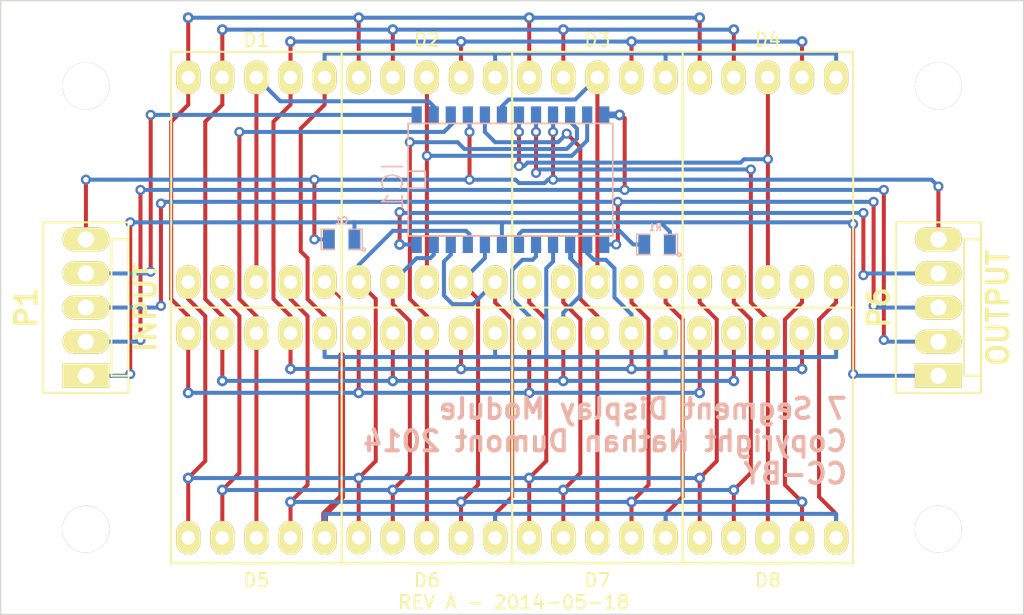
<source format=kicad_pcb>
(kicad_pcb (version 20221018) (generator pcbnew)
  (layers (0 "F.Cu" signal) (31 "B.Cu" signal) (34 "B.Paste" user) (35 "F.Paste" user) (36 "B.SilkS" user) (37 "F.SilkS" user) (38 "B.Mask" user) (39 "F.Mask" user) (44 "Edge.Cuts" user))
  (net 0 "")
  (net 1 "/SEGE")
  (net 2 "/SEGD")
  (net 3 "/DIG0")
  (net 4 "/SEGC")
  (net 5 "/SEGDP")
  (net 6 "/SEGB")
  (net 7 "/SEGA")
  (net 8 "/SEGF")
  (net 9 "/SEGG")
  (net 10 "/DIG2")
  (net 11 "/DIG4")
  (net 12 "/DIG6")
  (net 13 "/DIG1")
  (net 14 "/DIG3")
  (net 15 "/DIG5")
  (net 16 "/DIG7")
  (net 17 "+5V")
  (net 18 "GND")
  (net 19 "/DI")
  (net 20 "/LOAD")
  (net 21 "/DO")
  (net 22 "Net-(IC1-Pad18)")
  (net 23 "/SCK")
  (footprint "Nathan_THT:MOLEX_KK_5" (layer "F.Cu") (at 104.14 106.045 90)
    (fp_text reference "P1")
    (fp_text value "INPUT")
  )
  (footprint "Mounting_Holes:MountingHole_3-5mm" (layer "F.Cu") (at 104.14 89.535)
    (fp_text reference "P2" hide)
    (fp_text value "CONN_1" hide)
  )
  (footprint "Mounting_Holes:MountingHole_3-5mm" (layer "F.Cu") (at 104.14 122.555)
    (fp_text reference "P3" hide)
    (fp_text value "CONN_1" hide)
  )
  (footprint "Mounting_Holes:MountingHole_3-5mm" (layer "F.Cu") (at 167.64 122.555)
    (fp_text reference "P4" hide)
    (fp_text value "CONN_1" hide)
  )
  (footprint "Mounting_Holes:MountingHole_3-5mm" (layer "F.Cu") (at 167.64 89.535)
    (fp_text reference "P5" hide)
    (fp_text value "CONN_1" hide)
  )
  (footprint "Nathan_THT:MOLEX_KK_5" (layer "F.Cu") (at 167.64 106.045 90)
    (fp_text reference "P6")
    (fp_text value "OUTPUT")
  )
  (footprint "Nathan_THT:7SEGM_LED_0_5_INCH" (layer "F.Cu") (at 116.84 96.52)
    (fp_text reference "D1")
    (fp_text value "7SEGMENTS" hide)
  )
  (footprint "Nathan_THT:7SEGM_LED_0_5_INCH" (layer "F.Cu") (at 129.54 96.52)
    (fp_text reference "D2")
    (fp_text value "7SEGMENTS" hide)
  )
  (footprint "Nathan_THT:7SEGM_LED_0_5_INCH" (layer "F.Cu") (at 142.24 96.52)
    (fp_text reference "D3")
    (fp_text value "7SEGMENTS" hide)
  )
  (footprint "Nathan_THT:7SEGM_LED_0_5_INCH" (layer "F.Cu") (at 154.94 96.52)
    (fp_text reference "D4")
    (fp_text value "7SEGMENTS" hide)
  )
  (footprint "Nathan_THT:7SEGM_LED_0_5_INCH" (layer "F.Cu") (at 116.84 115.57)
    (fp_text reference "D5")
    (fp_text value "7SEGMENTS" hide)
  )
  (footprint "Nathan_THT:7SEGM_LED_0_5_INCH" (layer "F.Cu") (at 129.54 115.57)
    (fp_text reference "D6")
    (fp_text value "7SEGMENTS" hide)
  )
  (footprint "Nathan_THT:7SEGM_LED_0_5_INCH" (layer "F.Cu") (at 142.24 115.57)
    (fp_text reference "D7")
    (fp_text value "7SEGMENTS" hide)
  )
  (footprint "Nathan_THT:7SEGM_LED_0_5_INCH" (layer "F.Cu") (at 154.94 115.57)
    (fp_text reference "D8")
    (fp_text value "7SEGMENTS" hide)
  )
  (footprint "SMD_Packages:SM0805" (layer "B.Cu") (at 123.19 100.965 180)
    (fp_text reference "C1")
    (fp_text value "100nF" hide)
  )
  (footprint "SMD_Packages:SOIC24-WIDE" (layer "B.Cu") (at 135.763 96.52)
    (fp_text reference "IC1")
    (fp_text value "MAX7219" hide)
  )
  (footprint "SMD_Packages:SM0805" (layer "B.Cu") (at 146.685 101.346 180)
    (fp_text reference "R1")
    (fp_text value "27k" hide)
  )
  (gr_line (start 97.79 128.905) (end 173.99 128.905) (stroke (width 0.1)) (layer "Edge.Cuts"))
  (gr_line (start 173.99 83.185) (end 97.79 83.185) (stroke (width 0.1)) (layer "Edge.Cuts"))
  (gr_line (start 97.79 83.185) (end 97.79 128.905) (stroke (width 0.1)) (layer "Edge.Cuts"))
  (gr_line (start 173.99 128.905) (end 173.99 83.185) (stroke (width 0.1)) (layer "Edge.Cuts"))
  (gr_text "7 Segment Display Module\nCopyright Nathan Dumont 2014\nCC-BY" (at 161 116) (layer "B.SilkS") (effects (font (size 1.5 1.5) (thickness 0.3)) (justify left mirror)))
  (gr_text "REV A - 2014-05-18" (at 136 128) (layer "F.SilkS") (effects (font (size 1 1))))
  (segment (start 111.76 105.41) (end 113.03 106.68) (width 0.3) (layer "F.Cu") (net 1))
  (segment (start 113.03 106.68) (end 113.03 117.475) (width 0.3) (layer "F.Cu") (net 1))
  (segment (start 125.73 105.41) (end 125.73 117.475) (width 0.3) (layer "F.Cu") (net 1))
  (segment (start 125.73 117.475) (end 124.46 118.745) (width 0.3) (layer "F.Cu") (net 1))
  (segment (start 138.43 117.475) (end 138.43 106.934) (width 0.3) (layer "F.Cu") (net 1))
  (segment (start 138.43 106.934) (end 137.16 105.664) (width 0.3) (layer "F.Cu") (net 1))
  (segment (start 137.16 105.664) (end 137.16 104.14) (width 0.3) (layer "F.Cu") (net 1))
  (segment (start 151.13 117.475) (end 151.13 106.934) (width 0.3) (layer "F.Cu") (net 1))
  (segment (start 151.13 106.934) (end 149.86 105.664) (width 0.3) (layer "F.Cu") (net 1))
  (segment (start 149.86 105.664) (end 149.86 104.14) (width 0.3) (layer "F.Cu") (net 1))
  (segment (start 111.76 118.745) (end 113.03 117.475) (width 0.3) (layer "F.Cu") (net 1))
  (segment (start 111.76 104.14) (end 111.76 105.41) (width 0.3) (layer "F.Cu") (net 1))
  (segment (start 137.16 118.745) (end 137.16 123.19) (width 0.3) (layer "F.Cu") (net 1))
  (segment (start 124.46 118.745) (end 124.46 123.19) (width 0.3) (layer "F.Cu") (net 1))
  (segment (start 149.86 123.19) (end 149.86 118.745) (width 0.3) (layer "F.Cu") (net 1))
  (segment (start 137.16 118.745) (end 138.43 117.475) (width 0.3) (layer "F.Cu") (net 1))
  (segment (start 124.46 104.14) (end 125.73 105.41) (width 0.3) (layer "F.Cu") (net 1))
  (segment (start 111.76 118.745) (end 111.76 123.19) (width 0.3) (layer "F.Cu") (net 1))
  (segment (start 149.86 118.745) (end 151.13 117.475) (width 0.3) (layer "F.Cu") (net 1))
  (via (at 137.16 118.745) (size 0.8) (drill 0.4) (layers "F.Cu" "B.Cu") (net 1))
  (via (at 149.86 118.745) (size 0.8) (drill 0.4) (layers "F.Cu" "B.Cu") (net 1))
  (via (at 124.46 118.745) (size 0.8) (drill 0.4) (layers "F.Cu" "B.Cu") (net 1))
  (via (at 111.76 118.745) (size 0.8) (drill 0.4) (layers "F.Cu" "B.Cu") (net 1))
  (segment (start 124.46 103.378) (end 124.46 104.14) (width 0.2) (layer "B.Cu") (net 1))
  (segment (start 124.46 102.87) (end 124.46 104.14) (width 0.3) (layer "B.Cu") (net 1))
  (segment (start 132.715 100.584) (end 132.461 100.33) (width 0.3) (layer "B.Cu") (net 1))
  (segment (start 132.461 100.33) (end 127 100.33) (width 0.3) (layer "B.Cu") (net 1))
  (segment (start 127 100.33) (end 124.46 102.87) (width 0.3) (layer "B.Cu") (net 1))
  (segment (start 132.715 101.346) (end 132.715 100.584) (width 0.3) (layer "B.Cu") (net 1))
  (segment (start 137.16 118.745) (end 149.86 118.745) (width 0.3) (layer "B.Cu") (net 1))
  (segment (start 111.76 118.745) (end 124.46 118.745) (width 0.3) (layer "B.Cu") (net 1))
  (segment (start 137.16 118.745) (end 124.46 118.745) (width 0.3) (layer "B.Cu") (net 1))
  (segment (start 114.3 105.41) (end 115.57 106.68) (width 0.3) (layer "F.Cu") (net 2))
  (segment (start 115.57 106.68) (end 115.57 118.364) (width 0.3) (layer "F.Cu") (net 2))
  (segment (start 115.57 118.364) (end 114.3 119.634) (width 0.3) (layer "F.Cu") (net 2))
  (segment (start 140.97 118.364) (end 140.97 106.934) (width 0.3) (layer "F.Cu") (net 2))
  (segment (start 140.97 106.934) (end 139.7 105.664) (width 0.3) (layer "F.Cu") (net 2))
  (segment (start 139.7 105.664) (end 139.7 104.14) (width 0.3) (layer "F.Cu") (net 2))
  (segment (start 127 105.791) (end 128.27 107.061) (width 0.3) (layer "F.Cu") (net 2))
  (segment (start 128.27 107.061) (end 128.27 118.364) (width 0.3) (layer "F.Cu") (net 2))
  (segment (start 128.27 118.364) (end 127 119.634) (width 0.3) (layer "F.Cu") (net 2))
  (segment (start 153.67 118.364) (end 153.67 106.934) (width 0.3) (layer "F.Cu") (net 2))
  (segment (start 153.67 106.934) (end 152.4 105.664) (width 0.3) (layer "F.Cu") (net 2))
  (segment (start 152.4 105.664) (end 152.4 104.14) (width 0.3) (layer "F.Cu") (net 2))
  (segment (start 114.3 104.14) (end 114.3 105.41) (width 0.3) (layer "F.Cu") (net 2))
  (segment (start 152.4 123.19) (end 152.4 119.634) (width 0.3) (layer "F.Cu") (net 2))
  (segment (start 152.4 119.634) (end 153.67 118.364) (width 0.3) (layer "F.Cu") (net 2))
  (segment (start 114.3 119.634) (end 114.3 123.19) (width 0.3) (layer "F.Cu") (net 2))
  (segment (start 127 104.14) (end 127 105.791) (width 0.3) (layer "F.Cu") (net 2))
  (segment (start 127 119.634) (end 127 123.19) (width 0.3) (layer "F.Cu") (net 2))
  (segment (start 139.7 119.634) (end 139.7 123.19) (width 0.3) (layer "F.Cu") (net 2))
  (segment (start 139.7 119.634) (end 140.97 118.364) (width 0.3) (layer "F.Cu") (net 2))
  (via (at 152.4 119.634) (size 0.8) (drill 0.4) (layers "F.Cu" "B.Cu") (net 2))
  (via (at 127 119.634) (size 0.8) (drill 0.4) (layers "F.Cu" "B.Cu") (net 2))
  (via (at 139.7 119.634) (size 0.8) (drill 0.4) (layers "F.Cu" "B.Cu") (net 2))
  (via (at 114.3 119.634) (size 0.8) (drill 0.4) (layers "F.Cu" "B.Cu") (net 2))
  (segment (start 130.048 102.108) (end 129.794 102.362) (width 0.3) (layer "B.Cu") (net 2))
  (segment (start 129.794 102.362) (end 128.778 102.362) (width 0.3) (layer "B.Cu") (net 2))
  (segment (start 128.778 102.362) (end 127 104.14) (width 0.3) (layer "B.Cu") (net 2))
  (segment (start 130.048 101.346) (end 130.048 102.108) (width 0.3) (layer "B.Cu") (net 2))
  (segment (start 114.3 119.634) (end 127 119.634) (width 0.3) (layer "B.Cu") (net 2))
  (segment (start 127 119.634) (end 139.7 119.634) (width 0.3) (layer "B.Cu") (net 2))
  (segment (start 139.7 119.634) (end 152.4 119.634) (width 0.3) (layer "B.Cu") (net 2))
  (segment (start 116.84 88.9) (end 116.84 104.14) (width 0.3) (layer "F.Cu") (net 3))
  (segment (start 130.175 91.186) (end 129.667 90.678) (width 0.3) (layer "B.Cu") (net 3))
  (segment (start 129.667 90.678) (end 118.618 90.678) (width 0.3) (layer "B.Cu") (net 3))
  (segment (start 118.618 90.678) (end 116.84 88.9) (width 0.3) (layer "B.Cu") (net 3))
  (segment (start 130.175 91.694) (end 130.175 91.186) (width 0.3) (layer "B.Cu") (net 3))
  (segment (start 120.65 119.253) (end 120.65 106.68) (width 0.3) (layer "F.Cu") (net 4))
  (segment (start 133.35 105.41) (end 133.35 119.253) (width 0.3) (layer "F.Cu") (net 4))
  (segment (start 133.35 119.253) (end 132.08 120.523) (width 0.3) (layer "F.Cu") (net 4))
  (segment (start 144.78 105.664) (end 146.05 106.934) (width 0.3) (layer "F.Cu") (net 4))
  (segment (start 146.05 106.934) (end 146.05 119.253) (width 0.3) (layer "F.Cu") (net 4))
  (segment (start 146.05 119.253) (end 144.78 120.523) (width 0.3) (layer "F.Cu") (net 4))
  (segment (start 156.21 119.253) (end 156.21 106.934) (width 0.3) (layer "F.Cu") (net 4))
  (segment (start 156.21 106.934) (end 157.48 105.664) (width 0.3) (layer "F.Cu") (net 4))
  (segment (start 157.48 105.664) (end 157.48 104.14) (width 0.3) (layer "F.Cu") (net 4))
  (segment (start 119.38 105.41) (end 120.65 106.68) (width 0.3) (layer "F.Cu") (net 4))
  (segment (start 157.48 123.19) (end 157.48 120.523) (width 0.3) (layer "F.Cu") (net 4))
  (segment (start 144.78 104.14) (end 144.78 105.664) (width 0.3) (layer "F.Cu") (net 4))
  (segment (start 119.38 120.523) (end 120.65 119.253) (width 0.3) (layer "F.Cu") (net 4))
  (segment (start 144.78 120.523) (end 144.78 123.19) (width 0.3) (layer "F.Cu") (net 4))
  (segment (start 119.38 120.523) (end 119.38 123.19) (width 0.3) (layer "F.Cu") (net 4))
  (segment (start 132.08 120.523) (end 132.08 123.19) (width 0.3) (layer "F.Cu") (net 4))
  (segment (start 119.38 104.14) (end 119.38 105.41) (width 0.3) (layer "F.Cu") (net 4))
  (segment (start 157.48 120.523) (end 156.21 119.253) (width 0.3) (layer "F.Cu") (net 4))
  (segment (start 132.08 104.14) (end 133.35 105.41) (width 0.3) (layer "F.Cu") (net 4))
  (via (at 132.08 120.523) (size 0.8) (drill 0.4) (layers "F.Cu" "B.Cu") (net 4))
  (via (at 119.38 120.523) (size 0.8) (drill 0.4) (layers "F.Cu" "B.Cu") (net 4))
  (via (at 157.48 120.523) (size 0.8) (drill 0.4) (layers "F.Cu" "B.Cu") (net 4))
  (via (at 144.78 120.523) (size 0.8) (drill 0.4) (layers "F.Cu" "B.Cu") (net 4))
  (segment (start 133.858 102.362) (end 133.858 101.346) (width 0.3) (layer "B.Cu") (net 4))
  (segment (start 132.08 104.14) (end 133.858 102.362) (width 0.3) (layer "B.Cu") (net 4))
  (segment (start 144.78 120.523) (end 157.48 120.523) (width 0.3) (layer "B.Cu") (net 4))
  (segment (start 132.08 120.523) (end 144.78 120.523) (width 0.3) (layer "B.Cu") (net 4))
  (segment (start 119.38 120.523) (end 132.08 120.523) (width 0.3) (layer "B.Cu") (net 4))
  (segment (start 123.19 105.41) (end 123.19 109.601) (width 0.2) (layer "F.Cu") (net 5))
  (segment (start 123.19 120.142) (end 121.92 121.412) (width 0.5) (layer "F.Cu") (net 5))
  (segment (start 121.92 121.412) (end 121.92 123.19) (width 0.5) (layer "F.Cu") (net 5))
  (segment (start 134.62 121.412) (end 135.89 120.142) (width 0.3) (layer "F.Cu") (net 5))
  (segment (start 135.89 120.142) (end 135.89 106.934) (width 0.3) (layer "F.Cu") (net 5))
  (segment (start 135.89 106.934) (end 134.62 105.664) (width 0.3) (layer "F.Cu") (net 5))
  (segment (start 134.62 105.664) (end 134.62 104.14) (width 0.3) (layer "F.Cu") (net 5))
  (segment (start 147.32 105.664) (end 148.59 106.934) (width 0.3) (layer "F.Cu") (net 5))
  (segment (start 148.59 106.934) (end 148.59 120.142) (width 0.3) (layer "F.Cu") (net 5))
  (segment (start 148.59 120.142) (end 147.32 121.412) (width 0.3) (layer "F.Cu") (net 5))
  (segment (start 147.32 121.412) (end 147.32 123.19) (width 0.3) (layer "F.Cu") (net 5))
  (segment (start 160.02 121.412) (end 158.75 120.142) (width 0.3) (layer "F.Cu") (net 5))
  (segment (start 158.75 120.142) (end 158.75 106.934) (width 0.3) (layer "F.Cu") (net 5))
  (segment (start 158.75 106.934) (end 160.02 105.664) (width 0.3) (layer "F.Cu") (net 5))
  (segment (start 160.02 105.664) (end 160.02 104.14) (width 0.3) (layer "F.Cu") (net 5))
  (segment (start 123.19 109.601) (end 123.19 120.142) (width 0.5) (layer "F.Cu") (net 5))
  (segment (start 147.32 104.14) (end 147.32 105.664) (width 0.3) (layer "F.Cu") (net 5))
  (segment (start 121.92 104.14) (end 123.19 105.41) (width 0.2) (layer "F.Cu") (net 5))
  (segment (start 134.62 123.19) (end 134.62 121.412) (width 0.3) (layer "F.Cu") (net 5))
  (segment (start 160.02 123.19) (end 160.02 121.412) (width 0.3) (layer "F.Cu") (net 5))
  (segment (start 131.318 102.108) (end 130.81 102.616) (width 0.3) (layer "B.Cu") (net 5))
  (segment (start 130.81 102.616) (end 130.81 105.156) (width 0.3) (layer "B.Cu") (net 5))
  (segment (start 130.81 105.156) (end 131.445 105.791) (width 0.3) (layer "B.Cu") (net 5))
  (segment (start 131.445 105.791) (end 132.969 105.791) (width 0.3) (layer "B.Cu") (net 5))
  (segment (start 132.969 105.791) (end 134.62 104.14) (width 0.3) (layer "B.Cu") (net 5))
  (segment (start 121.92 121.412) (end 134.62 121.412) (width 0.3) (layer "B.Cu") (net 5))
  (segment (start 134.62 121.412) (end 147.32 121.412) (width 0.3) (layer "B.Cu") (net 5))
  (segment (start 147.32 121.412) (end 147.32 123.19) (width 0.3) (layer "B.Cu") (net 5))
  (segment (start 160.02 121.412) (end 160.02 123.19) (width 0.3) (layer "B.Cu") (net 5))
  (segment (start 134.62 123.19) (end 134.62 121.412) (width 0.3) (layer "B.Cu") (net 5))
  (segment (start 131.318 101.346) (end 131.318 102.108) (width 0.3) (layer "B.Cu") (net 5))
  (segment (start 147.32 121.412) (end 160.02 121.412) (width 0.3) (layer "B.Cu") (net 5))
  (segment (start 121.92 123.19) (end 121.92 121.412) (width 0.3) (layer "B.Cu") (net 5))
  (segment (start 121.92 106.68) (end 120.65 105.41) (width 0.3) (layer "F.Cu") (net 6))
  (segment (start 120.65 105.41) (end 120.65 102.362) (width 0.3) (layer "F.Cu") (net 6))
  (segment (start 120.65 102.362) (end 120.142 101.854) (width 0.3) (layer "F.Cu") (net 6))
  (segment (start 120.142 101.854) (end 120.142 92.71) (width 0.3) (layer "F.Cu") (net 6))
  (segment (start 120.142 92.71) (end 121.92 90.932) (width 0.3) (layer "F.Cu") (net 6))
  (segment (start 121.92 90.932) (end 121.92 88.9) (width 0.3) (layer "F.Cu") (net 6))
  (segment (start 121.92 107.95) (end 121.92 106.68) (width 0.3) (layer "F.Cu") (net 6))
  (segment (start 121.92 109.728) (end 134.62 109.728) (width 0.3) (layer "B.Cu") (net 6))
  (segment (start 134.62 109.728) (end 138.43 109.728) (width 0.3) (layer "B.Cu") (net 6))
  (segment (start 138.43 109.728) (end 147.32 109.728) (width 0.3) (layer "B.Cu") (net 6))
  (segment (start 138.43 103.124) (end 138.938 102.616) (width 0.3) (layer "B.Cu") (net 6))
  (segment (start 138.938 102.616) (end 138.938 101.346) (width 0.3) (layer "B.Cu") (net 6))
  (segment (start 147.32 109.728) (end 160.02 109.728) (width 0.3) (layer "B.Cu") (net 6))
  (segment (start 160.02 109.728) (end 160.02 107.95) (width 0.3) (layer "B.Cu") (net 6))
  (segment (start 121.92 87.122) (end 134.62 87.122) (width 0.3) (layer "B.Cu") (net 6))
  (segment (start 147.32 87.122) (end 147.32 88.9) (width 0.3) (layer "B.Cu") (net 6))
  (segment (start 138.43 109.728) (end 138.43 103.124) (width 0.3) (layer "B.Cu") (net 6))
  (segment (start 121.92 107.95) (end 121.92 109.728) (width 0.3) (layer "B.Cu") (net 6))
  (segment (start 147.32 107.95) (end 147.32 109.728) (width 0.3) (layer "B.Cu") (net 6))
  (segment (start 134.62 107.95) (end 134.62 109.728) (width 0.3) (layer "B.Cu") (net 6))
  (segment (start 160.02 87.122) (end 160.02 88.9) (width 0.3) (layer "B.Cu") (net 6))
  (segment (start 134.62 87.122) (end 134.62 88.9) (width 0.3) (layer "B.Cu") (net 6))
  (segment (start 147.32 87.122) (end 160.02 87.122) (width 0.3) (layer "B.Cu") (net 6))
  (segment (start 134.62 87.122) (end 147.32 87.122) (width 0.3) (layer "B.Cu") (net 6))
  (segment (start 121.92 88.9) (end 121.92 87.122) (width 0.3) (layer "B.Cu") (net 6))
  (segment (start 119.38 106.68) (end 118.11 105.41) (width 0.3) (layer "F.Cu") (net 7))
  (segment (start 118.11 105.41) (end 118.11 92.202) (width 0.3) (layer "F.Cu") (net 7))
  (segment (start 118.11 92.202) (end 119.38 90.932) (width 0.3) (layer "F.Cu") (net 7))
  (segment (start 119.38 90.932) (end 119.38 88.9) (width 0.3) (layer "F.Cu") (net 7))
  (segment (start 119.38 88.9) (end 119.38 86.233) (width 0.3) (layer "F.Cu") (net 7))
  (segment (start 144.78 107.95) (end 144.78 110.617) (width 0.3) (layer "F.Cu") (net 7))
  (segment (start 157.48 107.95) (end 157.48 110.617) (width 0.3) (layer "F.Cu") (net 7))
  (segment (start 144.78 86.233) (end 144.78 88.9) (width 0.3) (layer "F.Cu") (net 7))
  (segment (start 119.38 110.617) (end 119.38 107.95) (width 0.3) (layer "F.Cu") (net 7))
  (segment (start 132.08 110.617) (end 132.08 107.95) (width 0.3) (layer "F.Cu") (net 7))
  (segment (start 119.38 107.95) (end 119.38 106.68) (width 0.3) (layer "F.Cu") (net 7))
  (segment (start 132.08 88.9) (end 132.08 86.233) (width 0.3) (layer "F.Cu") (net 7))
  (segment (start 157.48 86.233) (end 157.48 88.9) (width 0.3) (layer "F.Cu") (net 7))
  (via (at 119.38 110.617) (size 0.8) (drill 0.4) (layers "F.Cu" "B.Cu") (net 7))
  (via (at 144.78 86.233) (size 0.8) (drill 0.4) (layers "F.Cu" "B.Cu") (net 7))
  (via (at 157.48 86.233) (size 0.8) (drill 0.4) (layers "F.Cu" "B.Cu") (net 7))
  (via (at 132.08 110.617) (size 0.8) (drill 0.4) (layers "F.Cu" "B.Cu") (net 7))
  (via (at 157.48 110.617) (size 0.8) (drill 0.4) (layers "F.Cu" "B.Cu") (net 7))
  (via (at 132.08 86.233) (size 0.8) (drill 0.4) (layers "F.Cu" "B.Cu") (net 7))
  (via (at 119.38 86.233) (size 0.8) (drill 0.4) (layers "F.Cu" "B.Cu") (net 7))
  (via (at 144.78 110.617) (size 0.8) (drill 0.4) (layers "F.Cu" "B.Cu") (net 7))
  (segment (start 141.986 102.489) (end 141.605 102.108) (width 0.2) (layer "B.Cu") (net 7))
  (segment (start 141.605 102.108) (end 141.605 101.346) (width 0.2) (layer "B.Cu") (net 7))
  (segment (start 141.478 101.981) (end 141.986 102.489) (width 0.3) (layer "B.Cu") (net 7))
  (segment (start 141.986 102.489) (end 142.875 102.489) (width 0.3) (layer "B.Cu") (net 7))
  (segment (start 142.875 102.489) (end 143.51 103.124) (width 0.3) (layer "B.Cu") (net 7))
  (segment (start 143.51 103.124) (end 143.51 105.283) (width 0.3) (layer "B.Cu") (net 7))
  (segment (start 143.51 105.283) (end 144.78 106.553) (width 0.3) (layer "B.Cu") (net 7))
  (segment (start 144.78 106.553) (end 144.78 107.95) (width 0.3) (layer "B.Cu") (net 7))
  (segment (start 132.08 86.233) (end 144.78 86.233) (width 0.3) (layer "B.Cu") (net 7))
  (segment (start 119.38 86.233) (end 132.08 86.233) (width 0.3) (layer "B.Cu") (net 7))
  (segment (start 132.08 110.617) (end 144.78 110.617) (width 0.3) (layer "B.Cu") (net 7))
  (segment (start 144.78 110.617) (end 157.48 110.617) (width 0.3) (layer "B.Cu") (net 7))
  (segment (start 144.78 86.233) (end 157.48 86.233) (width 0.3) (layer "B.Cu") (net 7))
  (segment (start 141.478 101.346) (end 141.478 101.981) (width 0.3) (layer "B.Cu") (net 7))
  (segment (start 119.38 110.617) (end 132.08 110.617) (width 0.3) (layer "B.Cu") (net 7))
  (segment (start 114.3 106.68) (end 113.03 105.41) (width 0.3) (layer "F.Cu") (net 8))
  (segment (start 113.03 105.41) (end 113.03 92.202) (width 0.3) (layer "F.Cu") (net 8))
  (segment (start 113.03 92.202) (end 114.3 90.932) (width 0.3) (layer "F.Cu") (net 8))
  (segment (start 114.3 90.932) (end 114.3 88.9) (width 0.3) (layer "F.Cu") (net 8))
  (segment (start 127 88.9) (end 127 85.344) (width 0.3) (layer "F.Cu") (net 8))
  (segment (start 139.7 85.344) (end 139.7 88.9) (width 0.3) (layer "F.Cu") (net 8))
  (segment (start 114.3 107.95) (end 114.3 106.68) (width 0.3) (layer "F.Cu") (net 8))
  (segment (start 152.4 85.344) (end 152.4 88.9) (width 0.3) (layer "F.Cu") (net 8))
  (segment (start 152.4 107.95) (end 152.4 111.506) (width 0.3) (layer "F.Cu") (net 8))
  (segment (start 139.7 111.506) (end 139.7 107.95) (width 0.3) (layer "F.Cu") (net 8))
  (segment (start 114.3 111.506) (end 114.3 107.95) (width 0.3) (layer "F.Cu") (net 8))
  (segment (start 127 111.506) (end 127 107.95) (width 0.3) (layer "F.Cu") (net 8))
  (segment (start 114.3 88.9) (end 114.3 85.344) (width 0.3) (layer "F.Cu") (net 8))
  (via (at 152.4 111.506) (size 0.8) (drill 0.4) (layers "F.Cu" "B.Cu") (net 8))
  (via (at 114.3 85.344) (size 0.8) (drill 0.4) (layers "F.Cu" "B.Cu") (net 8))
  (via (at 152.4 85.344) (size 0.8) (drill 0.4) (layers "F.Cu" "B.Cu") (net 8))
  (via (at 139.7 111.506) (size 0.8) (drill 0.4) (layers "F.Cu" "B.Cu") (net 8))
  (via (at 127 111.506) (size 0.8) (drill 0.4) (layers "F.Cu" "B.Cu") (net 8))
  (via (at 127 85.344) (size 0.8) (drill 0.4) (layers "F.Cu" "B.Cu") (net 8))
  (via (at 114.3 111.506) (size 0.8) (drill 0.4) (layers "F.Cu" "B.Cu") (net 8))
  (via (at 139.7 85.344) (size 0.8) (drill 0.4) (layers "F.Cu" "B.Cu") (net 8))
  (segment (start 140.97 103.124) (end 140.335 102.489) (width 0.2) (layer "B.Cu") (net 8))
  (segment (start 140.335 102.489) (end 140.335 101.346) (width 0.2) (layer "B.Cu") (net 8))
  (segment (start 139.7 107.315) (end 139.7 106.426) (width 0.3) (layer "B.Cu") (net 8))
  (segment (start 139.7 106.426) (end 140.97 105.156) (width 0.3) (layer "B.Cu") (net 8))
  (segment (start 140.97 105.156) (end 140.97 103.124) (width 0.3) (layer "B.Cu") (net 8))
  (segment (start 140.97 103.124) (end 140.208 102.362) (width 0.3) (layer "B.Cu") (net 8))
  (segment (start 140.208 102.362) (end 140.208 101.346) (width 0.3) (layer "B.Cu") (net 8))
  (segment (start 114.3 111.506) (end 127 111.506) (width 0.3) (layer "B.Cu") (net 8))
  (segment (start 114.3 85.344) (end 127 85.344) (width 0.3) (layer "B.Cu") (net 8))
  (segment (start 139.7 85.344) (end 152.4 85.344) (width 0.3) (layer "B.Cu") (net 8))
  (segment (start 139.7 111.506) (end 152.4 111.506) (width 0.3) (layer "B.Cu") (net 8))
  (segment (start 127 111.506) (end 139.7 111.506) (width 0.3) (layer "B.Cu") (net 8))
  (segment (start 139.7 107.95) (end 139.7 107.315) (width 0.3) (layer "B.Cu") (net 8))
  (segment (start 139.7 85.344) (end 127 85.344) (width 0.3) (layer "B.Cu") (net 8))
  (segment (start 111.76 106.68) (end 110.49 105.41) (width 0.3) (layer "F.Cu") (net 9))
  (segment (start 110.49 105.41) (end 110.49 92.202) (width 0.3) (layer "F.Cu") (net 9))
  (segment (start 110.49 92.202) (end 111.76 90.932) (width 0.3) (layer "F.Cu") (net 9))
  (segment (start 111.76 90.932) (end 111.76 88.9) (width 0.3) (layer "F.Cu") (net 9))
  (segment (start 111.76 107.95) (end 111.76 106.68) (width 0.3) (layer "F.Cu") (net 9))
  (segment (start 124.46 112.395) (end 124.46 107.95) (width 0.3) (layer "F.Cu") (net 9))
  (segment (start 137.16 88.9) (end 137.16 84.455) (width 0.3) (layer "F.Cu") (net 9))
  (segment (start 137.16 107.95) (end 137.16 112.395) (width 0.3) (layer "F.Cu") (net 9))
  (segment (start 149.86 107.95) (end 149.86 112.395) (width 0.3) (layer "F.Cu") (net 9))
  (segment (start 111.76 112.395) (end 111.76 107.95) (width 0.3) (layer "F.Cu") (net 9))
  (segment (start 124.46 88.9) (end 124.46 84.455) (width 0.3) (layer "F.Cu") (net 9))
  (segment (start 111.76 88.9) (end 111.76 84.455) (width 0.3) (layer "F.Cu") (net 9))
  (segment (start 149.86 84.455) (end 149.86 88.9) (width 0.3) (layer "F.Cu") (net 9))
  (via (at 149.86 112.395) (size 0.8) (drill 0.4) (layers "F.Cu" "B.Cu") (net 9))
  (via (at 124.46 84.455) (size 0.8) (drill 0.4) (layers "F.Cu" "B.Cu") (net 9))
  (via (at 149.86 84.455) (size 0.8) (drill 0.4) (layers "F.Cu" "B.Cu") (net 9))
  (via (at 124.46 112.395) (size 0.8) (drill 0.4) (layers "F.Cu" "B.Cu") (net 9))
  (via (at 111.76 84.455) (size 0.8) (drill 0.4) (layers "F.Cu" "B.Cu") (net 9))
  (via (at 137.16 84.455) (size 0.8) (drill 0.4) (layers "F.Cu" "B.Cu") (net 9))
  (via (at 137.16 112.395) (size 0.8) (drill 0.4) (layers "F.Cu" "B.Cu") (net 9))
  (via (at 111.76 112.395) (size 0.8) (drill 0.4) (layers "F.Cu" "B.Cu") (net 9))
  (segment (start 137.16 106.68) (end 135.89 105.41) (width 0.3) (layer "B.Cu") (net 9))
  (segment (start 135.89 105.41) (end 135.89 103.251) (width 0.3) (layer "B.Cu") (net 9))
  (segment (start 135.89 103.251) (end 136.652 102.489) (width 0.3) (layer "B.Cu") (net 9))
  (segment (start 136.652 102.489) (end 137.414 102.489) (width 0.3) (layer "B.Cu") (net 9))
  (segment (start 137.414 102.489) (end 137.668 102.235) (width 0.3) (layer "B.Cu") (net 9))
  (segment (start 137.668 102.235) (end 137.668 101.346) (width 0.3) (layer "B.Cu") (net 9))
  (segment (start 111.76 112.395) (end 124.46 112.395) (width 0.3) (layer "B.Cu") (net 9))
  (segment (start 124.46 84.455) (end 137.16 84.455) (width 0.3) (layer "B.Cu") (net 9))
  (segment (start 111.76 84.455) (end 124.46 84.455) (width 0.3) (layer "B.Cu") (net 9))
  (segment (start 137.16 107.95) (end 137.16 106.68) (width 0.3) (layer "B.Cu") (net 9))
  (segment (start 124.46 112.395) (end 137.16 112.395) (width 0.3) (layer "B.Cu") (net 9))
  (segment (start 137.16 112.395) (end 149.86 112.395) (width 0.3) (layer "B.Cu") (net 9))
  (segment (start 137.16 84.455) (end 149.86 84.455) (width 0.3) (layer "B.Cu") (net 9))
  (segment (start 142.24 104.14) (end 142.24 88.9) (width 0.3) (layer "F.Cu") (net 10))
  (segment (start 142.24 88.9) (end 140.589 90.551) (width 0.3) (layer "B.Cu") (net 10))
  (segment (start 140.589 90.551) (end 135.636 90.551) (width 0.3) (layer "B.Cu") (net 10))
  (segment (start 135.636 90.551) (end 135.128 91.059) (width 0.3) (layer "B.Cu") (net 10))
  (segment (start 135.128 91.059) (end 135.128 91.694) (width 0.3) (layer "B.Cu") (net 10))
  (segment (start 135.255 91.694) (end 135.255 91.059) (width 0.2) (layer "B.Cu") (net 10))
  (segment (start 116.84 106.68) (end 115.57 105.41) (width 0.3) (layer "F.Cu") (net 11))
  (segment (start 115.57 105.41) (end 115.57 92.964) (width 0.3) (layer "F.Cu") (net 11))
  (segment (start 116.84 107.95) (end 116.84 106.68) (width 0.3) (layer "F.Cu") (net 11))
  (segment (start 116.84 107.95) (end 116.84 123.19) (width 0.3) (layer "F.Cu") (net 11))
  (via (at 115.57 92.964) (size 0.75) (drill 0.4) (layers "F.Cu" "B.Cu") (net 11))
  (segment (start 130.81 92.964) (end 131.445 92.329) (width 0.3) (layer "B.Cu") (net 11))
  (segment (start 131.445 92.329) (end 131.445 91.694) (width 0.3) (layer "B.Cu") (net 11))
  (segment (start 115.57 92.964) (end 130.81 92.964) (width 0.3) (layer "B.Cu") (net 11))
  (segment (start 142.24 106.68) (end 140.97 105.41) (width 0.3) (layer "F.Cu") (net 12))
  (segment (start 140.97 94.107) (end 139.954 93.091) (width 0.3) (layer "F.Cu") (net 12))
  (segment (start 142.24 107.95) (end 142.24 106.68) (width 0.3) (layer "F.Cu") (net 12))
  (segment (start 140.97 105.41) (end 140.97 94.107) (width 0.3) (layer "F.Cu") (net 12))
  (segment (start 142.24 107.95) (end 142.24 107.823) (width 0.3) (layer "F.Cu") (net 12))
  (segment (start 142.24 107.95) (end 142.24 106.807) (width 0.2) (layer "F.Cu") (net 12))
  (segment (start 142.24 107.95) (end 142.24 123.19) (width 0.3) (layer "F.Cu") (net 12))
  (via (at 139.954 93.091) (size 0.75) (drill 0.4) (layers "F.Cu" "B.Cu") (net 12))
  (segment (start 139.954 93.091) (end 139.319 93.726) (width 0.3) (layer "B.Cu") (net 12))
  (segment (start 134.62 93.726) (end 133.858 92.964) (width 0.3) (layer "B.Cu") (net 12))
  (segment (start 133.858 92.964) (end 133.858 91.694) (width 0.3) (layer "B.Cu") (net 12))
  (segment (start 139.319 93.726) (end 134.62 93.726) (width 0.3) (layer "B.Cu") (net 12))
  (segment (start 129.54 94.742) (end 129.54 104.14) (width 0.3) (layer "F.Cu") (net 13))
  (segment (start 129.54 88.9) (end 129.54 94.742) (width 0.3) (layer "F.Cu") (net 13))
  (via (at 129.54 94.742) (size 0.75) (drill 0.4) (layers "F.Cu" "B.Cu") (net 13))
  (segment (start 141.478 93.599) (end 140.335 94.742) (width 0.3) (layer "B.Cu") (net 13))
  (segment (start 140.335 94.742) (end 129.54 94.742) (width 0.3) (layer "B.Cu") (net 13))
  (segment (start 141.478 91.694) (end 141.478 93.599) (width 0.3) (layer "B.Cu") (net 13))
  (segment (start 136.398 92.964) (end 136.398 95.504) (width 0.3) (layer "F.Cu") (net 14))
  (segment (start 154.94 88.9) (end 154.94 94.996) (width 0.3) (layer "F.Cu") (net 14))
  (segment (start 154.94 94.996) (end 154.94 104.14) (width 0.3) (layer "F.Cu") (net 14))
  (via (at 154.94 94.996) (size 0.75) (drill 0.4) (layers "F.Cu" "B.Cu") (net 14))
  (via (at 136.398 95.504) (size 0.75) (drill 0.4) (layers "F.Cu" "B.Cu") (net 14))
  (via (at 136.398 92.964) (size 0.75) (drill 0.4) (layers "F.Cu" "B.Cu") (net 14))
  (segment (start 136.779 95.504) (end 137.033 95.25) (width 0.3) (layer "B.Cu") (net 14))
  (segment (start 152.908 95.25) (end 153.162 94.996) (width 0.3) (layer "B.Cu") (net 14))
  (segment (start 153.162 94.996) (end 154.94 94.996) (width 0.3) (layer "B.Cu") (net 14))
  (segment (start 136.398 95.504) (end 136.779 95.504) (width 0.3) (layer "B.Cu") (net 14))
  (segment (start 136.398 91.694) (end 136.398 92.964) (width 0.3) (layer "B.Cu") (net 14))
  (segment (start 137.033 95.25) (end 152.908 95.25) (width 0.3) (layer "B.Cu") (net 14))
  (segment (start 128.27 105.41) (end 129.54 106.68) (width 0.3) (layer "F.Cu") (net 15))
  (segment (start 129.54 106.68) (end 129.54 107.95) (width 0.3) (layer "F.Cu") (net 15))
  (segment (start 129.54 107.95) (end 129.54 123.19) (width 0.3) (layer "F.Cu") (net 15))
  (segment (start 128.27 93.726) (end 128.27 105.41) (width 0.3) (layer "F.Cu") (net 15))
  (via (at 128.27 93.726) (size 0.75) (drill 0.4) (layers "F.Cu" "B.Cu") (net 15))
  (segment (start 140.208 92.202) (end 140.716 92.71) (width 0.3) (layer "B.Cu") (net 15))
  (segment (start 140.716 92.71) (end 140.716 93.472) (width 0.3) (layer "B.Cu") (net 15))
  (segment (start 140.716 93.472) (end 139.954 94.234) (width 0.3) (layer "B.Cu") (net 15))
  (segment (start 139.954 94.234) (end 132.334 94.234) (width 0.3) (layer "B.Cu") (net 15))
  (segment (start 132.334 94.234) (end 131.826 93.726) (width 0.3) (layer "B.Cu") (net 15))
  (segment (start 140.208 91.694) (end 140.208 92.202) (width 0.3) (layer "B.Cu") (net 15))
  (segment (start 131.826 93.726) (end 128.27 93.726) (width 0.3) (layer "B.Cu") (net 15))
  (segment (start 154.94 106.807) (end 154.94 107.95) (width 0.2) (layer "F.Cu") (net 16))
  (segment (start 137.668 92.964) (end 137.668 96.012) (width 0.3) (layer "F.Cu") (net 16))
  (segment (start 153.67 105.664) (end 154.94 106.934) (width 0.3) (layer "F.Cu") (net 16))
  (segment (start 154.94 106.934) (end 154.94 107.95) (width 0.3) (layer "F.Cu") (net 16))
  (segment (start 153.67 95.758) (end 153.67 105.664) (width 0.3) (layer "F.Cu") (net 16))
  (segment (start 154.94 107.95) (end 154.94 123.19) (width 0.3) (layer "F.Cu") (net 16))
  (via (at 153.67 95.758) (size 0.75) (drill 0.4) (layers "F.Cu" "B.Cu") (net 16))
  (via (at 137.668 96.012) (size 0.75) (drill 0.4) (layers "F.Cu" "B.Cu") (net 16))
  (via (at 137.668 92.964) (size 0.75) (drill 0.4) (layers "F.Cu" "B.Cu") (net 16))
  (segment (start 137.668 96.012) (end 137.922 95.758) (width 0.3) (layer "B.Cu") (net 16))
  (segment (start 137.922 95.758) (end 153.67 95.758) (width 0.3) (layer "B.Cu") (net 16))
  (segment (start 137.668 91.694) (end 137.668 92.964) (width 0.3) (layer "B.Cu") (net 16))
  (segment (start 107.442 110.998) (end 107.442 99.695) (width 0.3) (layer "F.Cu") (net 17))
  (segment (start 161.29 99.822) (end 161.29 110.998) (width 0.3) (layer "F.Cu") (net 17))
  (via (at 161.29 99.822) (size 0.75) (drill 0.4) (layers "F.Cu" "B.Cu") (net 17))
  (via (at 161.29 110.998) (size 0.75) (drill 0.4) (layers "F.Cu" "B.Cu") (net 17))
  (via (at 107.442 99.695) (size 0.75) (drill 0.4) (layers "F.Cu" "B.Cu") (net 17))
  (via (at 107.442 110.998) (size 0.75) (drill 0.4) (layers "F.Cu" "B.Cu") (net 17))
  (segment (start 124.079 99.695) (end 107.442 99.695) (width 0.3) (layer "B.Cu") (net 17))
  (segment (start 124.1425 99.695) (end 124.079 99.695) (width 0.3) (layer "B.Cu") (net 17))
  (segment (start 146.939 99.695) (end 147.6375 100.3935) (width 0.3) (layer "B.Cu") (net 17))
  (segment (start 147.6375 100.3935) (end 147.6375 101.346) (width 0.3) (layer "B.Cu") (net 17))
  (segment (start 161.29 110.998) (end 161.417 111.125) (width 0.3) (layer "B.Cu") (net 17))
  (segment (start 167.64 111.125) (end 161.417 111.125) (width 0.3) (layer "B.Cu") (net 17))
  (segment (start 107.442 110.998) (end 107.315 111.125) (width 0.3) (layer "B.Cu") (net 17))
  (segment (start 104.14 111.125) (end 107.315 111.125) (width 0.3) (layer "B.Cu") (net 17))
  (segment (start 161.163 99.695) (end 161.29 99.822) (width 0.3) (layer "B.Cu") (net 17))
  (segment (start 135.128 99.695) (end 135.128 101.346) (width 0.3) (layer "B.Cu") (net 17))
  (segment (start 135.128 99.695) (end 124.079 99.695) (width 0.3) (layer "B.Cu") (net 17))
  (segment (start 124.1425 100.965) (end 124.1425 99.695) (width 0.3) (layer "B.Cu") (net 17))
  (segment (start 135.128 99.695) (end 146.939 99.695) (width 0.3) (layer "B.Cu") (net 17))
  (segment (start 146.939 99.695) (end 161.163 99.695) (width 0.3) (layer "B.Cu") (net 17))
  (segment (start 138.938 92.964) (end 138.938 96.52) (width 0.3) (layer "F.Cu") (net 18))
  (segment (start 121.158 100.965) (end 121.158 96.52) (width 0.3) (layer "F.Cu") (net 18))
  (segment (start 104.14 100.965) (end 104.14 96.52) (width 0.3) (layer "F.Cu") (net 18))
  (segment (start 132.715 96.52) (end 132.715 92.964) (width 0.3) (layer "F.Cu") (net 18))
  (segment (start 167.64 97.028) (end 167.64 100.965) (width 0.3) (layer "F.Cu") (net 18))
  (via (at 132.715 92.964) (size 0.75) (drill 0.4) (layers "F.Cu" "B.Cu") (net 18))
  (via (at 121.158 100.965) (size 0.75) (drill 0.4) (layers "F.Cu" "B.Cu") (net 18))
  (via (at 138.938 92.964) (size 0.75) (drill 0.4) (layers "F.Cu" "B.Cu") (net 18))
  (via (at 138.938 96.52) (size 0.75) (drill 0.4) (layers "F.Cu" "B.Cu") (net 18))
  (via (at 132.715 96.52) (size 0.75) (drill 0.4) (layers "F.Cu" "B.Cu") (net 18))
  (via (at 167.64 97.028) (size 0.75) (drill 0.4) (layers "F.Cu" "B.Cu") (net 18))
  (via (at 121.158 96.52) (size 0.75) (drill 0.4) (layers "F.Cu" "B.Cu") (net 18))
  (via (at 104.14 96.52) (size 0.75) (drill 0.4) (layers "F.Cu" "B.Cu") (net 18))
  (segment (start 104.14 96.52) (end 121.158 96.52) (width 0.3) (layer "B.Cu") (net 18))
  (segment (start 136.398 96.774) (end 138.303 96.774) (width 0.3) (layer "B.Cu") (net 18))
  (segment (start 138.303 96.774) (end 138.557 96.52) (width 0.3) (layer "B.Cu") (net 18))
  (segment (start 138.557 96.52) (end 138.938 96.52) (width 0.3) (layer "B.Cu") (net 18))
  (segment (start 167.132 96.52) (end 167.64 97.028) (width 0.3) (layer "B.Cu") (net 18))
  (segment (start 136.144 96.52) (end 136.398 96.774) (width 0.3) (layer "B.Cu") (net 18))
  (segment (start 121.158 96.52) (end 132.715 96.52) (width 0.3) (layer "B.Cu") (net 18))
  (segment (start 138.938 91.694) (end 138.938 92.964) (width 0.3) (layer "B.Cu") (net 18))
  (segment (start 132.715 96.52) (end 136.144 96.52) (width 0.3) (layer "B.Cu") (net 18))
  (segment (start 138.938 96.52) (end 167.132 96.52) (width 0.3) (layer "B.Cu") (net 18))
  (segment (start 122.2375 100.965) (end 121.158 100.965) (width 0.3) (layer "B.Cu") (net 18))
  (segment (start 132.715 91.694) (end 132.715 92.964) (width 0.3) (layer "B.Cu") (net 18))
  (segment (start 108.966 103.378) (end 108.966 91.694) (width 0.3) (layer "F.Cu") (net 19))
  (via (at 108.966 91.694) (size 0.75) (drill 0.4) (layers "F.Cu" "B.Cu") (net 19))
  (via (at 108.966 103.378) (size 0.75) (drill 0.4) (layers "F.Cu" "B.Cu") (net 19))
  (segment (start 108.839 103.505) (end 108.966 103.378) (width 0.3) (layer "B.Cu") (net 19))
  (segment (start 128.905 91.694) (end 108.966 91.694) (width 0.3) (layer "B.Cu") (net 19))
  (segment (start 104.14 103.505) (end 108.839 103.505) (width 0.3) (layer "B.Cu") (net 19))
  (segment (start 144.272 97.282) (end 144.272 91.948) (width 0.3) (layer "F.Cu") (net 20))
  (segment (start 144.272 91.948) (end 144.018 91.694) (width 0.3) (layer "F.Cu") (net 20))
  (segment (start 144.018 91.694) (end 143.891 91.694) (width 0.3) (layer "F.Cu") (net 20))
  (segment (start 163.576 108.458) (end 163.576 97.282) (width 0.3) (layer "F.Cu") (net 20))
  (segment (start 108.204 108.458) (end 108.204 97.282) (width 0.3) (layer "F.Cu") (net 20))
  (via (at 143.891 91.694) (size 0.8) (drill 0.4) (layers "F.Cu" "B.Cu") (net 20))
  (via (at 163.576 97.282) (size 0.75) (drill 0.4) (layers "F.Cu" "B.Cu") (net 20))
  (via (at 144.272 97.282) (size 0.75) (drill 0.4) (layers "F.Cu" "B.Cu") (net 20))
  (via (at 108.204 108.458) (size 0.75) (drill 0.4) (layers "F.Cu" "B.Cu") (net 20))
  (via (at 108.204 97.282) (size 0.75) (drill 0.4) (layers "F.Cu" "B.Cu") (net 20))
  (via (at 163.576 108.458) (size 0.75) (drill 0.4) (layers "F.Cu" "B.Cu") (net 20))
  (segment (start 163.576 108.458) (end 163.703 108.585) (width 0.3) (layer "B.Cu") (net 20))
  (segment (start 167.64 108.585) (end 163.703 108.585) (width 0.3) (layer "B.Cu") (net 20))
  (segment (start 108.204 108.458) (end 108.077 108.585) (width 0.3) (layer "B.Cu") (net 20))
  (segment (start 104.14 108.585) (end 108.077 108.585) (width 0.3) (layer "B.Cu") (net 20))
  (segment (start 144.272 97.282) (end 108.204 97.282) (width 0.3) (layer "B.Cu") (net 20))
  (segment (start 142.875 91.694) (end 143.891 91.694) (width 0.5) (layer "B.Cu") (net 20))
  (segment (start 144.272 97.282) (end 163.576 97.282) (width 0.3) (layer "B.Cu") (net 20))
  (segment (start 162.052 103.632) (end 162.052 98.9965) (width 0.3) (layer "F.Cu") (net 21))
  (segment (start 127.508 101.346) (end 127.508 98.933) (width 0.3) (layer "F.Cu") (net 21))
  (via (at 162.052 98.9965) (size 0.75) (drill 0.4) (layers "F.Cu" "B.Cu") (net 21))
  (via (at 127.508 101.346) (size 0.8) (drill 0.4) (layers "F.Cu" "B.Cu") (net 21))
  (via (at 127.508 98.933) (size 0.75) (drill 0.4) (layers "F.Cu" "B.Cu") (net 21))
  (via (at 162.052 103.632) (size 0.75) (drill 0.4) (layers "F.Cu" "B.Cu") (net 21))
  (segment (start 127.508 98.933) (end 127.5715 98.9965) (width 0.3) (layer "B.Cu") (net 21))
  (segment (start 127.5715 98.9965) (end 162.052 98.9965) (width 0.3) (layer "B.Cu") (net 21))
  (segment (start 162.052 103.632) (end 162.179 103.505) (width 0.3) (layer "B.Cu") (net 21))
  (segment (start 167.64 103.505) (end 162.179 103.505) (width 0.3) (layer "B.Cu") (net 21))
  (segment (start 128.905 101.346) (end 127.508 101.346) (width 0.3) (layer "B.Cu") (net 21))
  (segment (start 136.398 100.584) (end 136.652 100.33) (width 0.3) (layer "B.Cu") (net 22))
  (segment (start 136.652 100.33) (end 143.891 100.33) (width 0.3) (layer "B.Cu") (net 22))
  (segment (start 143.891 100.33) (end 144.907 101.346) (width 0.3) (layer "B.Cu") (net 22))
  (segment (start 144.907 101.346) (end 145.7325 101.346) (width 0.3) (layer "B.Cu") (net 22))
  (segment (start 136.398 101.346) (end 136.398 100.584) (width 0.3) (layer "B.Cu") (net 22))
  (segment (start 143.637 101.346) (end 143.764 101.219) (width 0.3) (layer "F.Cu") (net 23))
  (segment (start 143.764 101.219) (end 143.764 98.171) (width 0.3) (layer "F.Cu") (net 23))
  (segment (start 162.814 105.918) (end 162.814 98.171) (width 0.3) (layer "F.Cu") (net 23))
  (segment (start 109.728 98.298) (end 109.728 105.918) (width 0.3) (layer "F.Cu") (net 23))
  (via (at 143.764 98.171) (size 0.75) (drill 0.4) (layers "F.Cu" "B.Cu") (net 23))
  (via (at 143.637 101.346) (size 0.75) (drill 0.4) (layers "F.Cu" "B.Cu") (net 23))
  (via (at 162.814 98.171) (size 0.75) (drill 0.4) (layers "F.Cu" "B.Cu") (net 23))
  (via (at 162.814 105.918) (size 0.75) (drill 0.4) (layers "F.Cu" "B.Cu") (net 23))
  (via (at 109.728 98.298) (size 0.75) (drill 0.4) (layers "F.Cu" "B.Cu") (net 23))
  (via (at 109.728 105.918) (size 0.75) (drill 0.4) (layers "F.Cu" "B.Cu") (net 23))
  (segment (start 143.764 98.171) (end 109.855 98.171) (width 0.3) (layer "B.Cu") (net 23))
  (segment (start 162.814 105.918) (end 162.941 106.045) (width 0.3) (layer "B.Cu") (net 23))
  (segment (start 167.64 106.045) (end 162.941 106.045) (width 0.3) (layer "B.Cu") (net 23))
  (segment (start 109.728 105.918) (end 109.601 106.045) (width 0.3) (layer "B.Cu") (net 23))
  (segment (start 109.601 106.045) (end 104.14 106.045) (width 0.3) (layer "B.Cu") (net 23))
  (segment (start 109.855 98.171) (end 109.728 98.298) (width 0.3) (layer "B.Cu") (net 23))
  (segment (start 143.764 98.171) (end 162.814 98.171) (width 0.3) (layer "B.Cu") (net 23))
  (segment (start 142.748 101.346) (end 143.637 101.346) (width 0.3) (layer "B.Cu") (net 23))
)
</source>
